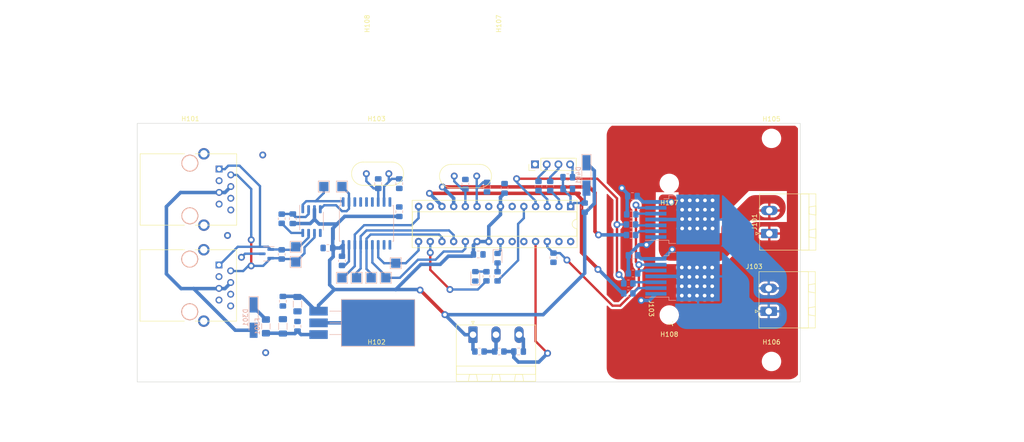
<source format=kicad_pcb>
(kicad_pcb (version 20211014) (generator pcbnew)
  (layers (0 "F.Cu" signal) (31 "B.Cu" signal) (34 "B.Paste" user) (35 "F.Paste" user) (36 "B.SilkS" user "B.Silkscreen") (37 "F.SilkS" user "F.Silkscreen") (38 "B.Mask" user) (39 "F.Mask" user) (44 "Edge.Cuts" user))
  (net 0 "")
  (net 1 "/MCU/POTVAL")
  (net 2 "GND")
  (net 3 "+5V")
  (net 4 "/POWER SUPPLY/+18V_OUT")
  (net 5 "Net-(C403-Pad1)")
  (net 6 "Net-(C404-Pad1)")
  (net 7 "/MCU/RESET")
  (net 8 "Net-(C405-Pad2)")
  (net 9 "Net-(C407-Pad1)")
  (net 10 "Net-(C408-Pad1)")
  (net 11 "/HBRIDGE/VS1")
  (net 12 "GNDPWR")
  (net 13 "Net-(D301-Pad1)")
  (net 14 "/CANBUS CONN/CAN_18V")
  (net 15 "Net-(D402-Pad2)")
  (net 16 "Net-(D403-Pad2)")
  (net 17 "/CANBUS CONN/CAN_H")
  (net 18 "/CANBUS CONN/CAN_L")
  (net 19 "Net-(J102-Pad2)")
  (net 20 "/HBRIDGE/OUT1")
  (net 21 "/HBRIDGE/OUT2")
  (net 22 "Net-(J401-Pad2)")
  (net 23 "Net-(J401-Pad3)")
  (net 24 "Net-(R202-Pad1)")
  (net 25 "Net-(R203-Pad2)")
  (net 26 "/MCU/USART_RX")
  (net 27 "/MCU/USART_TX")
  (net 28 "/MCU/LED2")
  (net 29 "/MCU/LED1")
  (net 30 "/HBRIDGE/INH")
  (net 31 "Net-(RINH1-Pad2)")
  (net 32 "Net-(RINH2-Pad2)")
  (net 33 "/HBRIDGE/IS")
  (net 34 "Net-(RSR1-Pad1)")
  (net 35 "Net-(RSR2-Pad1)")
  (net 36 "/HBRIDGE/INPUT1")
  (net 37 "Net-(RSR601-Pad2)")
  (net 38 "/HBRIDGE/INPUT2")
  (net 39 "Net-(RSR603-Pad2)")
  (net 40 "/MCU/SPI_SCK")
  (net 41 "/MCU/MCP_SS")
  (net 42 "/MCU/SPI_MISO")
  (net 43 "/MCU/SPI_MOSI")
  (net 44 "/MCU/MCP_INT")
  (net 45 "/CANBUS/TXCAN")
  (net 46 "/CANBUS/RXCAN")
  (footprint "MountingHole:MountingHole_3.2mm_M3" (layer "F.Cu") (at 113.3602 45.339 90)
    (fp_text reference "H108")
    (fp_text value "MountingHole")
  )
  (footprint "MountingHole:MountingHole_3.2mm_M3" (layer "F.Cu") (at 174.752 80.01 180)
    (fp_text reference "H107")
    (fp_text value "MountingHole")
  )
  (footprint "Connector_Phoenix_MSTB:PhoenixContact_MSTBA_2,5_2-G_1x02_P5.00mm_Horizontal" (layer "F.Cu") (at 196.469 90.892 90)
    (fp_text reference "J101")
    (fp_text value "Conn_01x02")
  )
  (footprint "Crystal:Crystal_HC49-U_Vertical" (layer "F.Cu") (at 108.979887 77.9018)
    (fp_text reference "Y402")
    (fp_text value "16MHz")
  )
  (footprint "MountingHole:MountingHole_3.2mm_M3" (layer "F.Cu") (at 174.752 108.585 180)
    (fp_text reference "H108")
    (fp_text value "MountingHole")
  )
  (footprint "Connector_Phoenix_MSTB:PhoenixContact_MSTBA_2,5_3-G_1x03_P5.00mm_Horizontal" (layer "F.Cu") (at 132.130887 112.8588)
    (fp_text reference "J102")
    (fp_text value "PotConnector")
  )
  (footprint "KicadZeniteSolarLibrary18:RJ45_YH59_01" (layer "F.Cu") (at 77.008887 76.8808 -90)
    (fp_text reference "J201")
    (fp_text value "~")
  )
  (footprint "Crystal:Crystal_HC49-U_Vertical" (layer "F.Cu") (at 128.066887 78.4098)
    (fp_text reference "Y401")
    (fp_text value "16MHz")
  )
  (footprint "MountingHole:MountingHole_3.2mm_M3" (layer "F.Cu") (at 111.201287 118.6688)
    (fp_text reference "H102")
    (fp_text value "MountingHole")
  )
  (footprint "Connector_Phoenix_MSTB:PhoenixContact_MSTBA_2,5_2-G_1x02_P5.00mm_Horizontal" (layer "F.Cu") (at 196.342 107.783 90)
    (fp_text reference "J103")
    (fp_text value "Conn_01x02")
  )
  (footprint "MountingHole:MountingHole_3.2mm_M3" (layer "F.Cu") (at 111.201287 70.179899)
    (fp_text reference "H103")
    (fp_text value "MountingHole")
  )
  (footprint "MountingHole:MountingHole_3.2mm_M3" (layer "F.Cu") (at 70.7644 70.179899)
    (fp_text reference "H101")
    (fp_text value "MountingHole")
  )
  (footprint "KicadZeniteSolarLibrary18:RJ45_YH59_01" (layer "F.Cu") (at 76.981887 97.7138 -90)
    (fp_text reference "J202")
    (fp_text value "~")
  )
  (footprint "MountingHole:MountingHole_3.2mm_M3" (layer "F.Cu") (at 71.170887 118.6688)
    (fp_text reference "H104")
    (fp_text value "MountingHole")
  )
  (footprint "MountingHole:MountingHole_3.2mm_M3" (layer "F.Cu") (at 196.9445 118.6688)
    (fp_text reference "H106")
    (fp_text value "MountingHole")
  )
  (footprint "Package_DIP:DIP-28_W7.62mm_Socket" (layer "F.Cu") (at 153.339887 85.0138 -90)
    (fp_text reference "U401")
    (fp_text value "ATMEGA328P-PU")
  )
  (footprint "MountingHole:MountingHole_3.2mm_M3" (layer "F.Cu") (at 196.9445 70.231)
    (fp_text reference "H105")
    (fp_text value "MountingHole")
  )
  (footprint "MountingHole:MountingHole_3.2mm_M3" (layer "F.Cu") (at 141.9352 45.339 90)
    (fp_text reference "H107")
    (fp_text value "MountingHole")
  )
  (footprint "Connector_PinHeader_2.54mm:PinHeader_1x04_P2.54mm_Vertical" (layer "F.Cu") (at 145.602887 75.8698 90)
    (fp_text reference "J401")
    (fp_text value "~")
  )
  (footprint "KicadZeniteSolarLibrary18:TO-220-3_Horizontal_TabDown_SMD" (layer "B.Cu") (at 99.872887 112.8268 90)
    (fp_text reference "U301")
    (fp_text value "LM7805_TO220")
  )
  (footprint "Capacitor_SMD:C_0805_2012Metric_Pad1.18x1.45mm_HandSolder" (layer "B.Cu") (at 142.036887 116.5098)
    (fp_text reference "C102")
    (fp_text value "100nF")
  )
  (footprint "Capacitor_SMD:C_0805_2012Metric_Pad1.18x1.45mm_HandSolder" (layer "B.Cu") (at 90.855887 105.5878 -90)
    (fp_text reference "C303")
    (fp_text value "100nF")
  )
  (footprint "LED_SMD:LED_0805_2012Metric_Pad1.15x1.40mm_HandSolder" (layer "B.Cu") (at 132.638887 100.1868 90)
    (fp_text reference "D403")
    (fp_text value "LED_GRN")
  )
  (footprint "Resistor_SMD:R_0805_2012Metric_Pad1.20x1.40mm_HandSolder" (layer "B.Cu") (at 137.464887 100.1778 90)
    (fp_text reference "R404")
    (fp_text value "1k")
  )
  (footprint "Resistor_SMD:R_0805_2012Metric_Pad1.20x1.40mm_HandSolder" (layer "B.Cu") (at 165.862 103.886)
    (fp_text reference "RSR603")
    (fp_text value "10k")
  )
  (footprint "TestPoint:TestPoint_Pad_2.0x2.0mm" (layer "B.Cu") (at 106.857887 100.5078 180)
    (fp_text reference "TP403")
    (fp_text value "TestPoint")
  )
  (footprint "TestPoint:TestPoint_Pad_2.0x2.0mm" (layer "B.Cu") (at 113.207887 100.5078 180)
    (fp_text reference "TP401")
    (fp_text value "TestPoint")
  )
  (footprint "Capacitor_SMD:C_0805_2012Metric_Pad1.18x1.45mm_HandSolder" (layer "B.Cu") (at 138.988887 81.0768 90)
    (fp_text reference "C401")
    (fp_text value "100nF")
  )
  (footprint "Capacitor_SMD:C_0805_2012Metric_Pad1.18x1.45mm_HandSolder" (layer "B.Cu") (at 116.128887 86.1568 90)
    (fp_text reference "C201")
    (fp_text value "100nF")
  )
  (footprint "Resistor_SMD:R_0805_2012Metric_Pad1.20x1.40mm_HandSolder" (layer "B.Cu") (at 149.606 96.139 -90)
    (fp_text reference "RIS1")
    (fp_text value "1k")
  )
  (footprint "Capacitor_SMD:C_0805_2012Metric_Pad1.18x1.45mm_HandSolder" (layer "B.Cu") (at 100.634887 94.0308 180)
    (fp_text reference "C205")
    (fp_text value "100nF")
  )
  (footprint "Capacitor_SMD:C_0805_2012Metric_Pad1.18x1.45mm_HandSolder" (layer "B.Cu") (at 152.704887 78.6638)
    (fp_text reference "C405")
    (fp_text value "100nF")
  )
  (footprint "Resistor_SMD:R_0805_2012Metric_Pad1.20x1.40mm_HandSolder" (layer "B.Cu") (at 166.878 99.568 180)
    (fp_text reference "RSR2")
    (fp_text value "5k1")
  )
  (footprint "Capacitor_SMD:C_0805_2012Metric_Pad1.18x1.45mm_HandSolder" (layer "B.Cu") (at 93.014887 87.6808 90)
    (fp_text reference "C202")
    (fp_text value "100nF")
  )
  (footprint "TestPoint:TestPoint_Pad_2.0x2.0mm" (layer "B.Cu") (at 115.366887 97.3328 180)
    (fp_text reference "TP405")
    (fp_text value "TestPoint")
  )
  (footprint "Resistor_SMD:R_0805_2012Metric_Pad1.20x1.40mm_HandSolder" (layer "B.Cu") (at 135.051887 100.1778 90)
    (fp_text reference "R405")
    (fp_text value "1k")
  )
  (footprint "Package_SO:SOIC-18W_7.5x11.6mm_P1.27mm" (layer "B.Cu") (at 109.016887 88.6968 -90)
    (fp_text reference "U202")
    (fp_text value "MCP2515-I/SO")
  )
  (footprint "TestPoint:TestPoint_Pad_2.0x2.0mm" (layer "B.Cu") (at 93.649887 93.7768 180)
    (fp_text reference "TP408")
    (fp_text value "TestPoint")
  )
  (footprint "Capacitor_SMD:C_0805_2012Metric_Pad1.18x1.45mm_HandSolder" (layer "B.Cu") (at 152.704887 81.2038 180)
    (fp_text reference "C406")
    (fp_text value "100nF")
  )
  (footprint "Package_TO_SOT_SMD:TO-263-7_TabPin8" (layer "B.Cu") (at 177.613001 87.850012)
    (fp_text reference "U601")
    (fp_text value "BTS7960B")
  )
  (footprint "Capacitor_SMD:C_1206_3216Metric_Pad1.33x1.80mm_HandSolder" (layer "B.Cu") (at 90.855887 111.0488 90)
    (fp_text reference "C301")
    (fp_text value "1uF")
  )
  (footprint "Resistor_SMD:R_0805_2012Metric_Pad1.20x1.40mm_HandSolder" (layer "B.Cu") (at 137.845887 116.5098 180)
    (fp_text reference "R101")
    (fp_text value "100")
  )
  (footprint "Capacitor_SMD:C_0805_2012Metric_Pad1.18x1.45mm_HandSolder" (layer "B.Cu") (at 116.128887 80.0608 -90)
    (fp_text reference "C408")
    (fp_text value "22pF")
  )
  (footprint "Package_TO_SOT_SMD:SOT-23" (layer "B.Cu") (at 87.299887 95.3008 180)
    (fp_text reference "D404")
    (fp_text value "D_TVS_Dual_AAC")
  )
  (footprint "Resistor_SMD:R_0805_2012Metric_Pad1.20x1.40mm_HandSolder" (layer "B.Cu") (at 146.354887 80.5688 90)
    (fp_text reference "R403")
    (fp_text value "1k")
  )
  (footprint "Resistor_SMD:R_0805_2012Metric_Pad1.20x1.40mm_HandSolder" (layer "B.Cu") (at 166.497 86.741 180)
    (fp_text reference "RSR1")
    (fp_text value "5k1")
  )
  (footprint "Resistor_SMD:R_0805_2012Metric_Pad1.20x1.40mm_HandSolder" (layer "B.Cu") (at 133.543887 116.5098)
    (fp_text reference "R102")
    (fp_text value "10k")
  )
  (footprint "Resistor_SMD:R_0805_2012Metric_Pad1.20x1.40mm_HandSolder" (layer "B.Cu") (at 103.682887 96.8248 -90)
    (fp_text reference "R203")
    (fp_text value "10k")
  )
  (footprint "Capacitor_SMD:C_0805_2012Metric_Pad1.18x1.45mm_HandSolder" (layer "B.Cu") (at 111.556887 80.0608 90)
    (fp_text reference "C407")
    (fp_text value "22pF")
  )
  (footprint "TestPoint:TestPoint_Pad_2.0x2.0mm" (layer "B.Cu") (at 103.682887 100.5078 180)
    (fp_text reference "TP402")
    (fp_text value "TestPoint")
  )
  (footprint "Resistor_SMD:R_0805_2012Metric_Pad1.20x1.40mm_HandSolder" (layer "B.Cu") (at 148.894887 80.5688 90)
    (fp_text reference "R402")
    (fp_text value "1k")
  )
  (footprint "Package_SO:SO-8_3.9x4.9mm_P1.27mm" (layer "B.Cu") (at 97.078887 88.1888 -90)
    (fp_text reference "U201")
    (fp_text value "MCP2561-E/SN")
  )
  (footprint "Diode_SMD:D_MiniMELF_Handsoldering" (layer "B.Cu") (at 156.768887 78.2828 -90)
    (fp_text reference "D401")
    (fp_text value "LL4148")
  )
  (footprint "TestPoint:TestPoint_Pad_2.0x2.0mm" (layer "B.Cu") (at 110.032887 100.5078 180)
    (fp_text reference "TP404")
    (fp_text value "TestPoint")
  )
  (footprint "Capacitor_SMD:C_0805_2012Metric_Pad1.18x1.45mm_HandSolder" (layer "B.Cu") (at 135.178887 80.8228 -90)
    (fp_text reference "C404")
    (fp_text value "22pF")
  )
  (footprint "TestPoint:TestPoint_Pad_2.0x2.0mm" (layer "B.Cu") (at 99.745887 80.6958 180)
    (fp_text reference "TP406")
    (fp_text value "TestPoint")
  )
  (footprint "TestPoint:TestPoint_Pad_2.0x2.0mm" (layer "B.Cu") (at 103.682887 80.6958 180)
    (fp_text reference "TP407")
    (fp_text value "TestPoint")
  )
  (footprint "Resistor_SMD:R_0805_2012Metric_Pad1.20x1.40mm_HandSolder" (layer "B.Cu") (at 166.4462 88.925099)
    (fp_text reference "RINH1")
    (fp_text value "10k")
  )
  (footprint "Fuse:Fuse_1206_3216Metric_Pad1.42x1.75mm_HandSolder" (layer "B.Cu") (at 87.172887 111.0488 -90)
    (fp_text reference "F301")
    (fp_text value "Fuse")
  )
  (footprint "Resistor_SMD:R_0805_2012Metric_Pad1.20x1.40mm_HandSolder" (layer "B.Cu") (at 90.601887 87.6808 90)
    (fp_text reference "R202")
    (fp_text value "4k7")
  )
  (footprint "Capacitor_SMD:C_0805_2012Metric_Pad1.18x1.45mm_HandSolder" (layer "B.Cu") (at 166.758001 82.770012 180)
    (fp_text reference "CBTS1")
    (fp_text value "470nF")
  )
  (footprint "Capacitor_SMD:C_1206_3216Metric_Pad1.33x1.80mm_HandSolder" (layer "B.Cu") (at 94.030887 106.2228 -90)
    (fp_text reference "C304")
    (fp_text value "1uF")
  )
  (footprint "Resistor_SMD:R_0805_2012Metric_Pad1.20x1.40mm_HandSolder" (layer "B.Cu") (at 90.601887 95.4278 90)
    (fp_text reference "R201")
    (fp_text value "120")
  )
  (footprint "Capacitor_SMD:C_0805_2012Metric_Pad1.18x1.45mm_HandSolder" (layer "B.Cu") (at 133.273887 95.4278 180)
    (fp_text reference "C402")
    (fp_text value "100nF")
  )
  (footprint "Resistor_SMD:R_0805_2012Metric_Pad1.20x1.40mm_HandSolder" (layer "B.Cu") (at 165.862 101.727)
    (fp_text reference "RINH2")
    (fp_text value "10k")
  )
  (footprint "Resistor_SMD:R_0805_2012Metric_Pad1.20x1.40mm_HandSolder" (layer "B.Cu") (at 166.4462 91.211099)
    (fp_text reference "RSR601")
    (fp_text value "10k")
  )
  (footprint "Resistor_SMD:R_0805_2012Metric_Pad1.20x1.40mm_HandSolder" (layer "B.Cu") (at 156.387887 85.2678 90)
    (fp_text reference "R401")
    (fp_text value "10k")
  )
  (footprint "Capacitor_SMD:C_0805_2012Metric_Pad1.18x1.45mm_HandSolder" (layer "B.Cu") (at 130.479887 80.1878 90)
    (fp_text reference "C403")
    (fp_text value "22pF")
  )
  (footprint "Package_TO_SOT_SMD:TO-263-7_TabPin8" (layer "B.Cu") (at 177.626401 100.194412)
    (fp_text reference "U602")
    (fp_text value "BTS7960B")
  )
  (footprint "LED_SMD:LED_0805_2012Metric_Pad1.15x1.40mm_HandSolder" (layer "B.Cu") (at 137.464887 96.2408 -90)
    (fp_text reference "D402")
    (fp_text value "LED_RED")
  )
  (footprint "Diode_SMD:D_MiniMELF_Handsoldering" (layer "B.Cu") (at 84.505887 109.1438 -90)
    (fp_text reference "D301")
    (fp_text value "LL4148")
  )
  (footprint "TestPoint:TestPoint_Pad_2.0x2.0mm" (layer "B.Cu") (at 93.649887 97.0788 180)
    (fp_text reference "TP409")
    (fp_text value "TestPoint")
  )
  (footprint "Capacitor_SMD:C_0805_2012Metric_Pad1.18x1.45mm_HandSolder" (layer "B.Cu") (at 166.9034 95.630699 180)
    (fp_text reference "CBTS2")
    (fp_text value "470nF")
  )
  (footprint "Capacitor_SMD:C_0805_2012Metric_Pad1.18x1.45mm_HandSolder" (layer "B.Cu") (at 94.030887 111.0273 90)
    (fp_text reference "C302")
    (fp_text value "100nF")
  )
  (gr_poly (pts (xy 203.2 123.113499) (xy 59.2328 123.113499) (xy 59.2328 66.979499) (xy 203.2 66.979499)) (layer "Edge.Cuts") (width 0.1) (fill none))
  (gr_text "J103" (at 170.840487 107.1503 270) (layer "F.SilkS") (effects (font (size 1 1))))
  (gr_text "J103" (at 193.180314 98.069099) (layer "F.SilkS") (effects (font (size 1 1))))
  (segment (start 145.719887 114.274386) (end 148.336 116.890499) (width 0.508) (layer "F.Cu") (net 1))
  (segment (start 145.719887 92.6338) (end 145.719887 114.274386) (width 0.508) (layer "F.Cu") (net 1))
  (via (at 148.336 116.890499) (size 1.5) (drill 0.8) (layers "F.Cu" "B.Cu") (net 1))
  (segment (start 140.999387 117.808886) (end 141.986 118.795499) (width 0.762) (layer "B.Cu") (net 1))
  (segment (start 140.999387 116.5098) (end 140.999387 117.808886) (width 0.762) (layer "B.Cu") (net 1))
  (segment (start 146.431 118.795499) (end 148.336 116.890499) (width 0.762) (layer "B.Cu") (net 1))
  (segment (start 141.986 118.795499) (end 146.431 118.795499) (width 0.762) (layer "B.Cu") (net 1))
  (segment (start 138.845887 116.5098) (end 140.999387 116.5098) (width 0.762) (layer "B.Cu") (net 1))
  (via (at 81.863533 96.052446) (size 1.5) (drill 0.8) (layers "F.Cu" "B.Cu") (net 2))
  (via (at 87.122 116.763499) (size 1.5) (drill 0.8) (layers "F.Cu" "B.Cu") (net 2))
  (via (at 78.8416 91.312699) (size 1.5) (drill 0.8) (layers "F.Cu" "B.Cu") (net 2))
  (via (at 86.487 73.837499) (size 1.5) (drill 0.8) (layers "F.Cu" "B.Cu") (net 2))
  (segment (start 93.544387 87.2998) (end 92.887887 86.6433) (width 0.508) (layer "B.Cu") (net 2))
  (segment (start 92.887887 86.6433) (end 90.639387 86.6433) (width 0.508) (layer "B.Cu") (net 2))
  (segment (start 143.074387 116.5098) (end 143.074387 113.8023) (width 0.762) (layer "B.Cu") (net 2))
  (segment (start 138.099887 94.5808) (end 137.464887 95.2158) (width 0.508) (layer "B.Cu") (net 2))
  (segment (start 142.130887 112.8588) (end 142.130887 112.1828) (width 0.762) (layer "B.Cu") (net 2))
  (segment (start 96.443887 85.6138) (end 96.443887 86.6648) (width 0.508) (layer "B.Cu") (net 2))
  (segment (start 143.074387 113.8023) (end 142.130887 112.8588) (width 0.762) (layer "B.Cu") (net 2))
  (segment (start 138.099887 92.6338) (end 138.099887 94.5808) (width 0.508) (layer "B.Cu") (net 2))
  (segment (start 90.639387 86.6433) (end 90.601887 86.6808) (width 0.508) (layer "B.Cu") (net 2))
  (segment (start 81.863533 96.052446) (end 82.640179 95.2758) (width 0.508) (layer "B.Cu") (net 2))
  (segment (start 82.640179 95.2758) (end 86.286887 95.2758) (width 0.508) (layer "B.Cu") (net 2))
  (segment (start 96.443887 86.6648) (end 95.808887 87.2998) (width 0.508) (layer "B.Cu") (net 2))
  (segment (start 98.602887 110.2868) (end 111.556887 110.2868) (width 0.762) (layer "B.Cu") (net 2))
  (segment (start 95.808887 87.2998) (end 93.544387 87.2998) (width 0.508) (layer "B.Cu") (net 2))
  (segment (start 120.65 103.174499) (end 120.700586 103.174499) (width 0.762) (layer "F.Cu") (net 3))
  (segment (start 120.700586 103.174499) (end 126.034887 108.5088) (width 0.762) (layer "F.Cu") (net 3))
  (via (at 120.65 103.174499) (size 1.5) (drill 0.8) (layers "F.Cu" "B.Cu") (net 3))
  (via (at 126.034887 108.5088) (size 1.5) (drill 0.8) (layers "F.Cu" "B.Cu") (net 3))
  (segment (start 102.645387 88.8453) (end 101.777887 89.7128) (width 0.762) (layer "B.Cu") (net 3))
  (segment (start 120.573887 103.0478) (end 120.573887 103.098386) (width 0.762) (layer "B.Cu") (net 3))
  (segment (start 131.855387 95.8088) (end 132.236387 95.4278) (width 0.762) (layer "B.Cu") (net 3))
  (segment (start 102.031887 103.0478) (end 101.015887 102.0318) (width 0.762) (layer "B.Cu") (net 3))
  (segment (start 126.796887 95.8088) (end 131.855387 95.8088) (width 0.762) (layer "B.Cu") (net 3))
  (segment (start 102.031887 103.0478) (end 115.366887 103.0478) (width 0.762) (layer "B.Cu") (net 3))
  (segment (start 90.855887 104.5503) (end 90.877387 104.5288) (width 0.762) (layer "B.Cu") (net 3))
  (segment (start 101.777887 89.7128) (end 101.777887 92.1043) (width 0.762) (layer "B.Cu") (net 3))
  (segment (start 125.018887 97.5868) (end 126.796887 95.8088) (width 0.762) (layer "B.Cu") (net 3))
  (segment (start 90.877387 104.5288) (end 93.899387 104.5288) (width 0.762) (layer "B.Cu") (net 3))
  (segment (start 102.031887 103.0478) (end 98.602887 106.4768) (width 0.762) (layer "B.Cu") (net 3))
  (segment (start 132.236387 95.4493) (end 132.236387 95.4278) (width 0.762) (layer "B.Cu") (net 3))
  (segment (start 93.899387 104.5288) (end 94.030887 104.6603) (width 0.762) (layer "B.Cu") (net 3))
  (segment (start 156.594387 86.2678) (end 156.387887 86.2678) (width 0.762) (layer "B.Cu") (net 3))
  (segment (start 104.274887 87.1728) (end 116.107387 87.1728) (width 0.762) (layer "B.Cu") (net 3))
  (segment (start 101.672387 94.0308) (end 103.252887 94.0308) (width 0.762) (layer "B.Cu") (net 3))
  (segment (start 94.030887 104.6603) (end 95.008387 104.6603) (width 0.762) (layer "B.Cu") (net 3))
  (segment (start 101.777887 94.1363) (end 101.672387 94.0308) (width 0.762) (layer "B.Cu") (net 3))
  (segment (start 120.573887 103.098386) (end 120.65 103.174499) (width 0.762) (layer "B.Cu") (net 3))
  (segment (start 92.887887 88.7183) (end 96.803387 88.7183) (width 0.762) (layer "B.Cu") (net 3))
  (segment (start 96.803387 88.7183) (end 97.713887 87.8078) (width 0.762) (layer "B.Cu") (net 3))
  (segment (start 120.827887 97.5868) (end 125.018887 97.5868) (width 0.762) (layer "B.Cu") (net 3))
  (segment (start 135.559887 89.3318) (end 135.559887 92.6338) (width 0.762) (layer "B.Cu") (net 3))
  (segment (start 97.713887 87.8078) (end 97.713887 85.6138) (width 0.762) (layer "B.Cu") (net 3))
  (segment (start 103.682887 95.8248) (end 103.936887 95.5708) (width 0.508) (layer "B.Cu") (net 3))
  (segment (start 118.287887 100.1268) (end 120.827887 97.5868) (width 0.762) (layer "B.Cu") (net 3))
  (segment (start 156.768887 75.5328) (end 158.483387 77.2473) (width 0.762) (layer "B.Cu") (net 3))
  (segment (start 117.017887 101.3968) (end 118.287887 100.1268) (width 0.762) (layer "B.Cu") (net 3))
  (segment (start 98.602887 106.4768) (end 98.602887 107.7468) (width 0.762) (layer "B.Cu") (net 3))
  (segment (start 132.236387 93.4173) (end 133.019887 92.6338) (width 0.762) (layer "B.Cu") (net 3))
  (segment (start 158.483387 77.2473) (end 158.483387 84.3788) (width 0.762) (layer "B.Cu") (net 3))
  (segment (start 126.034887 108.5088) (end 130.384887 112.8588) (width 0.762) (layer "B.Cu") (net 3))
  (segment (start 135.559887 92.6338) (end 133.019887 92.6338) (width 0.762) (layer "B.Cu") (net 3))
  (segment (start 138.099887 83.0033) (end 138.988887 82.1143) (width 0.762) (layer "B.Cu") (net 3))
  (segment (start 98.602887 107.7468) (end 97.498387 107.7468) (width 0.762) (layer "B.Cu") (net 3))
  (segment (start 98.094887 107.7468) (end 98.602887 107.7468) (width 0.762) (layer "B.Cu") (net 3))
  (segment (start 132.236387 95.4278) (end 132.236387 93.4173) (width 0.762) (layer "B.Cu") (net 3))
  (segment (start 138.099887 85.0138) (end 138.099887 86.7918) (width 0.762) (layer "B.Cu") (net 3))
  (segment (start 101.672387 89.8183) (end 101.777887 89.7128) (width 0.762) (layer "B.Cu") (net 3))
  (segment (start 158.483387 84.3788) (end 156.594387 86.2678) (width 0.762) (layer "B.Cu") (net 3))
  (segment (start 132.130887 116.0968) (end 132.543887 116.5098) (width 0.762) (layer "B.Cu") (net 3))
  (segment (start 101.777887 95.9358) (end 101.777887 94.1363) (width 0.762) (layer "B.Cu") (net 3))
  (segment (start 138.099887 86.7918) (end 135.559887 89.3318) (width 0.762) (layer "B.Cu") (net 3))
  (segment (start 101.015887 96.6978) (end 101.777887 95.9358) (width 0.762) (layer "B.Cu") (net 3))
  (segment (start 156.387887 99.4918) (end 156.387887 86.2678) (width 0.762) (layer "B.Cu") (net 3))
  (segment (start 103.936887 95.570802) (end 103.936887 93.346803) (width 0.762) (layer "B.Cu") (net 3))
  (segment (start 132.130887 112.8588) (end 132.130887 116.0968) (width 0.762) (layer "B.Cu") (net 3))
  (segment (start 103.252887 94.0308) (end 103.936887 93.3468) (width 0.762) (layer "B.Cu") (net 3))
  (segment (start 98.729887 88.8238) (end 102.623887 88.8238) (width 0.762) (layer "B.Cu") (net 3))
  (segment (start 102.623887 88.8238) (end 102.645387 88.8453) (width 0.762) (layer "B.Cu") (net 3))
  (segment (start 101.672387 94.0308) (end 101.672387 89.8183) (width 0.762) (layer "B.Cu") (net 3))
  (segment (start 147.370887 108.5088) (end 156.387887 99.4918) (width 0.762) (layer "B.Cu") (net 3))
  (segment (start 95.008387 104.6603) (end 98.094887 107.7468) (width 0.762) (layer "B.Cu") (net 3))
  (segment (start 97.713887 87.8078) (end 98.729887 88.8238) (width 0.762) (layer "B.Cu") (net 3))
  (segment (start 138.099887 85.0138) (end 138.099887 83.0033) (width 0.762) (layer "B.Cu") (net 3))
  (segment (start 130.384887 112.8588) (end 132.130887 112.8588) (width 0.762) (layer "B.Cu") (net 3))
  (segment (start 102.623887 88.8238) (end 104.274887 87.1728) (width 0.762) (layer "B.Cu") (net 3))
  (segment (start 120.573887 103.0478) (end 115.366887 103.0478) (width 0.762) (layer "B.Cu") (net 3))
  (segment (start 126.034887 108.5088) (end 147.370887 108.5088) (width 0.762) (layer "B.Cu") (net 3))
  (segment (start 115.366887 103.0478) (end 117.017887 101.3968) (width 0.762) (layer "B.Cu") (net 3))
  (segment (start 101.015887 102.0318) (end 101.015887 96.6978) (width 0.762) (layer "B.Cu") (net 3))
  (segment (start 90.780887 112.5363) (end 90.855887 112.6113) (width 0.762) (layer "B.Cu") (net 4))
  (segment (start 94.030887 112.0648) (end 94.792887 112.8268) (width 0.762) (layer "B.Cu") (net 4))
  (segment (start 91.161887 112.5148) (end 91.236887 112.5898) (width 0.762) (layer "B.Cu") (net 4))
  (segment (start 94.792887 112.8268) (end 98.602887 112.8268) (width 0.762) (layer "B.Cu") (net 4))
  (segment (start 90.855887 112.6113) (end 93.484387 112.6113) (width 0.762) (layer "B.Cu") (net 4))
  (segment (start 87.172887 112.5363) (end 90.780887 112.5363) (width 0.762) (layer "B.Cu") (net 4))
  (segment (start 93.484387 112.6113) (end 94.030887 112.0648) (width 0.762) (layer "B.Cu") (net 4))
  (segment (start 129.739387 81.2253) (end 130.479887 81.2253) (width 0.508) (layer "B.Cu") (net 5))
  (segment (start 130.479887 85.0138) (end 130.479887 81.2253) (width 0.508) (layer "B.Cu") (net 5))
  (segment (start 128.066887 78.4098) (end 128.066887 79.5528) (width 0.508) (layer "B.Cu") (net 5))
  (segment (start 128.066887 79.5528) (end 129.739387 81.2253) (width 0.508) (layer "B.Cu") (net 5))
  (segment (start 132.946887 78.4098) (end 132.946887 81.1498) (width 0.508) (layer "B.Cu") (net 6))
  (segment (start 132.946887 81.1498) (end 132.946887 84.9408) (width 0.508) (layer "B.Cu") (net 6))
  (segment (start 135.178887 79.7853) (end 134.311387 79.7853) (width 0.508) (layer "B.Cu") (net 6))
  (segment (start 132.946887 84.9408) (end 133.019887 85.0138) (width 0.508) (layer "B.Cu") (net 6))
  (segment (start 134.311387 79.7853) (end 132.946887 81.1498) (width 0.508) (layer "B.Cu") (net 6))
  (segment (start 151.667387 81.2038) (end 152.132387 81.2038) (width 0.508) (layer "B.Cu") (net 7))
  (segment (start 156.387887 84.2678) (end 154.085887 84.2678) (width 0.508) (layer "B.Cu") (net 7))
  (segment (start 156.387887 84.2678) (end 156.387887 81.4138) (width 0.508) (layer "B.Cu") (net 7))
  (segment (start 151.667387 81.2038) (end 151.667387 78.6638) (width 0.508) (layer "B.Cu") (net 7))
  (segment (start 153.318387 84.9923) (end 153.339887 85.0138) (width 0.508) (layer "B.Cu") (net 7))
  (segment (start 153.318387 82.8548) (end 153.318387 84.9923) (width 0.508) (layer "B.Cu") (net 7))
  (segment (start 156.387887 81.4138) (end 156.768887 81.0328) (width 0.508) (layer "B.Cu") (net 7))
  (segment (start 151.667387 81.2038) (end 153.318387 82.8548) (width 0.508) (layer "B.Cu") (net 7))
  (segment (start 154.085887 84.2678) (end 153.339887 85.0138) (width 0.508) (layer "B.Cu") (net 7))
  (segment (start 153.742387 78.6638) (end 153.742387 76.3893) (width 0.508) (layer "B.Cu") (net 8))
  (segment (start 153.742387 76.3893) (end 153.222887 75.8698) (width 0.508) (layer "B.Cu") (net 8))
  (segment (start 111.556887 84.0468) (end 111.556887 81.0983) (width 0.508) (layer "B.Cu") (net 9))
  (segment (start 108.979887 79.5158) (end 108.979887 77.9018) (width 0.508) (layer "B.Cu") (net 9))
  (segment (start 110.562387 81.0983) (end 108.979887 79.5158) (width 0.508) (layer "B.Cu") (net 9))
  (segment (start 111.556887 81.0983) (end 110.562387 81.0983) (width 0.508) (layer "B.Cu") (net 9))
  (segment (start 116.128887 79.0233) (end 114.499387 79.0233) (width 0.508) (layer "B.Cu") (net 10))
  (segment (start 113.859887 79.6628) (end 112.826887 80.6958) (width 0.508) (layer "B.Cu") (net 10))
  (segment (start 114.499387 79.0233) (end 113.859887 79.6628) (width 0.508) (layer "B.Cu") (net 10))
  (segment (start 112.826887 80.6958) (end 112.826887 84.0468) (width 0.508) (layer "B.Cu") (net 10))
  (segment (start 113.859887 77.9018) (end 113.859887 79.6628) (width 0.508) (layer "B.Cu") (net 10))
  (via (at 175.387 94.361) (size 1.5) (drill 0.8) (layers "F.Cu" "B.Cu") (net 11))
  (via (at 175.133 84.074) (size 1.5) (drill 0.8) (layers "F.Cu" "B.Cu") (net 11))
  (segment (start 171.838001 84.040012) (end 169.065501 84.040012) (width 0.762) (layer "B.Cu") (net 11))
  (segment (start 169.065501 84.040012) (end 167.795501 82.770012) (width 0.762) (layer "B.Cu") (net 11))
  (segment (start 171.851401 96.384412) (end 168.694613 96.384412) (width 0.762) (layer "B.Cu") (net 11))
  (segment (start 168.694613 96.384412) (end 167.9409 95.630699) (width 0.762) (layer "B.Cu") (net 11))
  (segment (start 173.363588 96.384412) (end 171.851401 96.384412) (width 0.762) (layer "B.Cu") (net 11))
  (segment (start 175.099012 84.040012) (end 171.838001 84.040012) (width 0.762) (layer "B.Cu") (net 11))
  (segment (start 175.387 94.361) (end 173.363588 96.384412) (width 0.762) (layer "B.Cu") (net 11))
  (segment (start 175.133 84.074) (end 175.099012 84.040012) (width 0.762) (layer "B.Cu") (net 11))
  (via (at 168.656 105.41) (size 1.5) (drill 0.8) (layers "F.Cu" "B.Cu") (net 12))
  (via (at 164.465 81.026) (size 1.5) (drill 0.8) (layers "F.Cu" "B.Cu") (net 12))
  (via (at 169.799 93.345) (size 1.5) (drill 0.8) (layers "F.Cu" "B.Cu") (net 12))
  (segment (start 170.18 92.964) (end 170.534013 92.964) (width 0.762) (layer "B.Cu") (net 12))
  (segment (start 169.799 93.345) (end 170.18 92.964) (width 0.762) (layer "B.Cu") (net 12))
  (segment (start 165.878 99.568) (end 165.8659 99.5559) (width 0.762) (layer "B.Cu") (net 12))
  (segment (start 168.656 105.41) (end 170.445813 105.41) (width 0.762) (layer "B.Cu") (net 12))
  (segment (start 165.720501 82.770012) (end 165.720501 82.281501) (width 0.762) (layer "B.Cu") (net 12))
  (segment (start 170.534013 92.964) (end 171.838001 91.660012) (width 0.762) (layer "B.Cu") (net 12))
  (segment (start 168.151599 93.345) (end 165.8659 95.630699) (width 0.762) (layer "B.Cu") (net 12))
  (segment (start 165.608 82.882513) (end 165.720501 82.770012) (width 0.762) (layer "B.Cu") (net 12))
  (segment (start 165.608 86.63) (end 165.608 82.882513) (width 0.762) (layer "B.Cu") (net 12))
  (segment (start 165.720501 82.281501) (end 164.465 81.026) (width 0.762) (layer "B.Cu") (net 12))
  (segment (start 169.799 93.345) (end 168.151599 93.345) (width 0.762) (layer "B.Cu") (net 12))
  (segment (start 170.445813 105.41) (end 171.851401 104.004412) (width 0.762) (layer "B.Cu") (net 12))
  (segment (start 165.8659 99.5559) (end 165.8659 95.630699) (width 0.762) (layer "B.Cu") (net 12))
  (segment (start 165.497 86.741) (end 165.608 86.63) (width 0.762) (layer "B.Cu") (net 12))
  (segment (start 87.14388 109.532293) (end 87.172887 109.5613) (width 0.508) (layer "B.Cu") (net 13))
  (segment (start 84.505887 106.8943) (end 87.172887 109.5613) (width 0.762) (layer "B.Cu") (net 13))
  (segment (start 84.505887 106.3938) (end 84.505887 106.8943) (width 0.762) (layer "B.Cu") (net 13))
  (segment (start 65.570887 85.0498) (end 65.570887 99.6548) (width 0.762) (layer "B.Cu") (net 14))
  (segment (start 68.630887 81.9898) (end 65.570887 85.0498) (width 0.762) (layer "B.Cu") (net 14))
  (segment (start 77.012887 102.8448) (end 78.282887 102.8448) (width 0.762) (layer "B.Cu") (net 14))
  (segment (start 80.524887 111.8938) (end 84.505887 111.8938) (width 0.762) (layer "B.Cu") (net 14))
  (segment (start 78.282887 102.8448) (end 79.552887 101.5748) (width 0.762) (layer "B.Cu") (net 14))
  (segment (start 71.475887 102.8448) (end 80.524887 111.8938) (width 0.762) (layer "B.Cu") (net 14))
  (segment (start 78.278887 81.9898) (end 79.548887 80.7198) (width 0.762) (layer "B.Cu") (net 14))
  (segment (start 71.475887 102.8448) (end 77.012887 102.8448) (width 0.762) (layer "B.Cu") (net 14))
  (segment (start 68.760887 102.8448) (end 71.475887 102.8448) (width 0.762) (layer "B.Cu") (net 14))
  (segment (start 77.008887 81.9898) (end 78.278887 81.9898) (width 0.762) (layer "B.Cu") (net 14))
  (segment (start 77.008887 81.9898) (end 68.630887 81.9898) (width 0.762) (layer "B.Cu") (net 14))
  (segment (start 65.570887 99.6548) (end 68.760887 102.8448) (width 0.762) (layer "B.Cu") (net 14))
  (segment (start 137.464887 97.2658) (end 137.464887 99.1778) (width 0.508) (layer "B.Cu") (net 15))
  (segment (start 135.035887 99.1618) (end 135.051887 99.1778) (width 0.508) (layer "B.Cu") (net 16))
  (segment (start 132.638887 99.1618) (end 135.035887 99.1618) (width 0.508) (layer "B.Cu") (net 16))
  (segment (start 78.266887 76.9098) (end 77.008887 76.9098) (width 0.508) (layer "B.Cu") (net 17))
  (segment (start 77.012887 97.7648) (end 77.063099 97.7648) (width 0.508) (layer "B.Cu") (net 17))
  (segment (start 94.411887 93.7768) (end 96.443887 91.7448) (width 0.508) (layer "B.Cu") (net 17))
  (segment (start 90.524887 94.3508) (end 90.601887 94.4278) (width 0.508) (layer "B.Cu") (net 17))
  (segment (start 96.443887 91.7448) (end 96.443887 90.7638) (width 0.508) (layer "B.Cu") (net 17))
  (segment (start 93.649887 93.7768) (end 94.411887 93.7768) (width 0.508) (layer "B.Cu") (net 17))
  (segment (start 81.052099 93.7758) (end 85.890887 93.7758) (width 0.508) (layer "B.Cu") (net 17))
  (segment (start 85.890887 93.7758) (end 85.890887 80.6048) (width 0.508) (layer "B.Cu") (net 17))
  (segment (start 77.063099 97.7648) (end 81.052099 93.7758) (width 0.508) (layer "B.Cu") (net 17))
  (segment (start 85.890887 93.7758) (end 87.662387 93.7758) (width 0.508) (layer "B.Cu") (net 17))
  (segment (start 85.890887 80.6048) (end 81.445887 76.1598) (width 0.508) (layer "B.Cu") (net 17))
  (segment (start 90.601887 94.4278) (end 92.998887 94.4278) (width 0.508) (layer "B.Cu") (net 17))
  (segment (start 87.662387 93.7758) (end 88.237387 94.3508) (width 0.508) (layer "B.Cu") (net 17))
  (segment (start 88.237387 94.3508) (end 90.524887 94.3508) (width 0.508) (layer "B.Cu") (net 17))
  (segment (start 81.445887 76.1598) (end 79.016887 76.1598) (width 0.508) (layer "B.Cu") (net 17))
  (segment (start 92.998887 94.4278) (end 93.649887 93.7768) (width 0.508) (layer "B.Cu") (net 17))
  (segment (start 79.016887 76.1598) (end 78.266887 76.9098) (width 0.508) (layer "B.Cu") (net 17))
  (segment (start 83.9724 97.916699) (end 83.986885 97.902214) (width 0.508) (layer "F.Cu") (net 18))
  (segment (start 83.986885 92.264788) (end 83.985887 92.26379) (width 0.508) (layer "F.Cu") (net 18))
  (segment (start 83.986885 97.902214) (end 83.986885 92.264788) (width 0.508) (layer "F.Cu") (net 18))
  (via (at 83.9724 97.916699) (size 1.5) (drill 0.8) (layers "F.Cu" "B.Cu") (net 18))
  (via (at 83.985887 92.26379) (size 1.5) (drill 0.8) (layers "F.Cu" "B.Cu") (net 18))
  (segment (start 88.237387 96.2508) (end 90.424887 96.2508) (width 0.508) (layer "B.Cu") (net 18))
  (segment (start 83.985887 81.2398) (end 83.985887 91.20313) (width 0.508) (layer "B.Cu") (net 18))
  (segment (start 82.244699 99.0348) (end 79.552887 99.0348) (width 0.508) (layer "B.Cu") (net 18))
  (segment (start 93.649887 97.0788) (end 95.554887 95.1738) (width 0.508) (layer "B.Cu") (net 18))
  (segment (start 83.3628 97.916699) (end 82.244699 99.0348) (width 0.508) (layer "B.Cu") (net 18))
  (segment (start 83.9724 97.916699) (end 86.571488 97.916699) (width 0.508) (layer "B.Cu") (net 18))
  (segment (start 92.998887 96.4278) (end 93.649887 97.0788) (width 0.508) (layer "B.Cu") (net 18))
  (segment (start 90.601887 96.4278) (end 92.998887 96.4278) (width 0.508) (layer "B.Cu") (net 18))
  (segment (start 95.554887 95.1738) (end 95.554887 93.9038) (width 0.508) (layer "B.Cu") (net 18))
  (segment (start 83.9724 97.916699) (end 83.3628 97.916699) (width 0.508) (layer "B.Cu") (net 18))
  (segment (start 83.985887 91.20313) (end 83.985887 92.26379) (width 0.508) (layer "B.Cu") (net 18))
  (segment (start 86.571488 97.916699) (end 88.237387 96.2508) (width 0.508) (layer "B.Cu") (net 18))
  (segment (start 90.424887 96.2508) (end 90.601887 96.4278) (width 0.508) (layer "B.Cu") (net 18))
  (segment (start 80.925887 78.1798) (end 83.985887 81.2398) (width 0.508) (layer "B.Cu") (net 18))
  (segment (start 79.548887 78.1798) (end 80.925887 78.1798) (width 0.508) (layer "B.Cu") (net 18))
  (segment (start 95.554887 93.9038) (end 97.713887 91.7448) (width 0.508) (layer "B.Cu") (net 18))
  (segment (start 97.713887 91.7448) (end 97.713887 90.7638) (width 0.508) (layer "B.Cu") (net 18))
  (segment (start 137.130887 112.8588) (end 137.130887 116.2248) (width 0.762) (layer "B.Cu") (net 19))
  (segment (start 136.876887 116.5408) (end 136.845887 116.5098) (width 0.762) (layer "B.Cu") (net 19))
  (segment (start 136.845887 116.5098) (end 134.543887 116.5098) (width 0.762) (layer "B.Cu") (net 19))
  (segment (start 137.130887 116.2248) (end 136.845887 116.5098) (width 0.762) (layer "B.Cu") (net 19))
  (via (at 182.499 87.756699) (size 1.5) (drill 0.8) (layers "F.Cu" "B.Cu") (net 20))
  (via (at 179.197 89.788699) (size 1.5) (drill 0.8) (layers "F.Cu" "B.Cu") (net 20))
  (via (at 180.848 89.788699) (size 1.5) (drill 0.8) (layers "F.Cu" "B.Cu") (net 20))
  (via (at 177.546 87.756699) (size 1.5) (drill 0.8) (layers "F.Cu" "B.Cu") (net 20))
  (via (at 182.499 85.724699) (size 1.5) (drill 0.8) (layers "F.Cu" "B.Cu") (net 20))
  (via (at 179.197 83.692699) (size 1.5) (drill 0.8) (layers "F.Cu" "B.Cu") (net 20))
  (via (at 184.15 87.756699) (size 1.5) (drill 0.8) (layers "F.Cu" "B.Cu") (net 20))
  (via (at 182.499 83.692699) (size 1.5) (drill 0.8) (layers "F.Cu" "B.Cu") (net 20))
  (via (at 184.15 83.692699) (size 1.5) (drill 0.8) (layers "F.Cu" "B.Cu") (net 20))
  (via (at 184.15 85.724699) (size 1.5) (drill 0.8) (layers "F.Cu" "B.Cu") (net 20))
  (via (at 177.546 89.788699) (size 1.5) (drill 0.8) (layers "F.Cu" "B.Cu") (net 20))
  (via (at 180.848 87.756699) (size 1.5) (drill 0.8) (layers "F.Cu" "B.Cu") (net 20))
  (via (at 184.15 89.788699) (size 1.5) (drill 0.8) (layers "F.Cu" "B.Cu") (net 20))
  (via (at 180.848 85.724699) (size 1.5) (drill 0.8) (layers "F.Cu" "B.Cu") (net 20))
  (via (at 177.546 85.724699) (size 1.5) (drill 0.8) (layers "F.Cu" "B.Cu") (net 20))
  (via (at 177.546 83.692699) (size 1.5) (drill 0.8) (layers "F.Cu" "B.Cu") (net 20))
  (via (at 180.848 83.692699) (size 1.5) (drill 0.8) (layers "F.Cu" "B.Cu") (net 20))
  (via (at 182.499 89.788699) (size 1.5) (drill 0.8) (layers "F.Cu" "B.Cu") (net 20))
  (via (at 179.197 85.724699) (size 1.5) (drill 0.8) (layers "F.Cu" "B.Cu") (net 20))
  (via (at 179.197 87.756699) (size 1.5) (drill 0.8) (layers "F.Cu" "B.Cu") (net 20))
  (segment (start 180.988001 87.850012) (end 171.838001 87.850012) (width 0.762) (layer "B.Cu") (net 20))
  (via (at 177.4698 102.336299) (size 1.5) (drill 0.8) (layers "F.Cu" "B.Cu") (net 21))
  (via (at 184.0738 98.272299) (size 1.5) (drill 0.8) (layers "F.Cu" "B.Cu") (net 21))
  (via (at 180.7718 102.336299) (size 1.5) (drill 0.8) (layers "F.Cu" "B.Cu") (net 21))
  (via (at 177.4698 104.368299) (size 1.5) (drill 0.8) (layers "F.Cu" "B.Cu") (net 21))
  (via (at 177.4698 98.272299) (size 1.5) (drill 0.8) (layers "F.Cu" "B.Cu") (net 21))
  (via (at 182.4228 102.336299) (size 1.5) (drill 0.8) (layers "F.Cu" "B.Cu") (net 21))
  (via (at 180.7718 104.368299) (size 1.5) (drill 0.8) (layers "F.Cu" "B.Cu") (net 21))
  (via (at 180.7718 100.304299) (size 1.5) (drill 0.8) (layers "F.Cu" "B.Cu") (net 21))
  (via (at 184.0738 100.304299) (size 1.5) (drill 0.8) (layers "F.Cu" "B.Cu") (net 21))
  (via (at 177.4698 100.304299) (size 1.5) (drill 0.8) (layers "F.Cu" "B.Cu") (net 21))
  (via (at 179.1208 98.272299) (size 1.5) (drill 0.8) (layers "F.Cu" "B.Cu") (net 21))
  (via (at 184.0738 102.336299) (size 1.5) (drill 0.8) (layers "F.Cu" "B.Cu") (net 21))
  (via (at 182.4228 98.272299) (size 1.5) (drill 0.8) (layers "F.Cu" "B.Cu") (net 21))
  (via (at 179.1208 100.304299) (size 1.5) (drill 0.8) (layers "F.Cu" "B.Cu") (net 21))
  (via (at 182.4228 100.304299) (size 1.5) (drill 0.8) (layers "F.Cu" "B.Cu") (net 21))
  (via (at 184.0738 104.368299) (size 1.5) (drill 0.8) (layers "F.Cu" "B.Cu") (net 21))
  (via (at 179.1208 102.336299) (size 1.5) (drill 0.8) (layers "F.Cu" "B.Cu") (net 21))
  (via (at 179.1208 104.368299) (size 1.5) (drill 0.8) (layers "F.Cu" "B.Cu") (net 21))
  (via (at 180.7718 98.272299) (size 1.5) (drill 0.8) (layers "F.Cu" "B.Cu") (net 21))
  (via (at 182.4228 104.368299) (size 1.5) (drill 0.8) (layers "F.Cu" "B.Cu") (net 21))
  (segment (start 181.001401 100.194412) (end 171.851401 100.194412) (width 0.762) (layer "B.Cu") (net 21))
  (segment (start 148.142887 76.8758) (end 146.354887 78.6638) (width 0.508) (layer "B.Cu") (net 22))
  (segment (start 148.142887 75.8698) (end 148.142887 76.8758) (width 0.508) (layer "B.Cu") (net 22))
  (segment (start 148.259887 75.9868) (end 148.142887 75.8698) (width 0.508) (layer "B.Cu") (net 22))
  (segment (start 146.354887 78.6638) (end 146.354887 79.5688) (width 0.508) (layer "B.Cu") (net 22))
  (segment (start 150.799887 75.9868) (end 150.682887 75.8698) (width 0.508) (layer "B.Cu") (net 23))
  (segment (start 150.682887 75.8698) (end 150.682887 76.8758) (width 0.508) (layer "B.Cu") (net 23))
  (segment (start 150.682887 76.8758) (end 148.894887 78.6638) (width 0.508) (layer "B.Cu") (net 23))
  (segment (start 148.894887 78.6638) (end 148.894887 79.5688) (width 0.508) (layer "B.Cu") (net 23))
  (segment (start 90.601887 88.6808) (end 92.684887 90.7638) (width 0.508) (layer "B.Cu") (net 24))
  (segment (start 92.684887 90.7638) (end 95.173887 90.7638) (width 0.508) (layer "B.Cu") (net 24))
  (segment (start 105.206887 96.9518) (end 104.333887 97.8248) (width 0.508) (layer "B.Cu") (net 25))
  (segment (start 104.333887 97.8248) (end 103.682887 97.8248) (width 0.508) (layer "B.Cu") (net 25))
  (segment (start 105.206887 93.3468) (end 105.206887 96.9518) (width 0.508) (layer "B.Cu") (net 25))
  (segment (start 150.799887 83.4738) (end 150.799887 85.0138) (width 0.508) (layer "B.Cu") (net 26))
  (segment (start 148.894887 81.5688) (end 150.799887 83.4738) (width 0.508) (layer "B.Cu") (net 26))
  (segment (start 148.259887 83.4738) (end 148.259887 85.0138) (width 0.508) (layer "B.Cu") (net 27))
  (segment (start 146.354887 81.5688) (end 148.259887 83.4738) (width 0.508) (layer "B.Cu") (net 27))
  (segment (start 141.926376 88.807311) (end 141.926376 96.716311) (width 0.508) (layer "B.Cu") (net 28))
  (segment (start 143.179887 85.0138) (end 143.179887 87.5538) (width 0.508) (layer "B.Cu") (net 28))
  (segment (start 143.179887 87.5538) (end 141.926376 88.807311) (width 0.508) (layer "B.Cu") (net 28))
  (segment (start 141.926376 96.716311) (end 137.464887 101.1778) (width 0.508) (layer "B.Cu") (net 28))
  (segment (start 122.859887 98.780386) (end 122.859887 95.0468) (width 0.508) (layer "F.Cu") (net 29))
  (segment (start 127.127 103.047499) (end 122.859887 98.780386) (width 0.508) (layer "F.Cu") (net 29))
  (via (at 122.859887 95.0468) (size 1.5) (drill 0.8) (layers "F.Cu" "B.Cu") (net 29))
  (via (at 127.127 103.047499) (size 1.5) (drill 0.8) (layers "F.Cu" "B.Cu") (net 29))
  (segment (start 122.859887 92.6338) (end 122.859887 95.0468) (width 0.508) (layer "B.Cu") (net 29))
  (segment (start 133.181887 103.0478) (end 135.051887 101.1778) (width 0.508) (layer "B.Cu") (net 29))
  (segment (start 127.254301 103.0478) (end 133.181887 103.0478) (width 0.508) (layer "B.Cu") (net 29))
  (segment (start 127.127 103.047499) (end 127.254 103.047499) (width 0.508) (layer "B.Cu") (net 29))
  (segment (start 127.254 103.047499) (end 127.254301 103.0478) (width 0.508) (layer "B.Cu") (net 29))
  (segment (start 159.130699 78.993699) (end 141.605 78.993699) (width 0.508) (layer "F.Cu") (net 30))
  (segment (start 163.3982 83.2612) (end 159.130699 78.993699) (width 0.508) (layer "F.Cu") (net 30))
  (segment (start 163.83 99.822) (end 163.3982 99.3902) (width 0.508) (layer "F.Cu") (net 30))
  (segment (start 163.3982 99.3902) (end 163.3982 83.2612) (width 0.508) (layer "F.Cu") (net 30))
  (via (at 141.605 78.993699) (size 1.5) (drill 0.8) (layers "F.Cu" "B.Cu") (net 30))
  (via (at 163.83 99.822) (size 1.5) (drill 0.8) (layers "F.Cu" "B.Cu") (net 30))
  (via (at 163.3982 88.9508) (size 1.5) (drill 0.8) (layers "F.Cu" "B.Cu") (net 30))
  (segment (start 141.605 78.993699) (end 141.605 79.710713) (width 0.508) (layer "B.Cu") (net 30))
  (segment (start 164.862 100.854) (end 164.862 101.727) (width 0.508) (layer "B.Cu") (net 30))
  (segment (start 163.3982 88.925099) (end 165.4462 88.925099) (width 0.508) (layer "B.Cu") (net 30))
  (segment (start 145.719887 83.8256) (end 145.719887 85.0138) (width 0.508) (layer "B.Cu") (net 30))
  (segment (start 163.83 99.822) (end 164.862 100.854) (width 0.508) (layer "B.Cu") (net 30))
  (segment (start 141.605 79.710713) (end 145.719887 83.8256) (width 0.508) (layer "B.Cu") (net 30))
  (segment (start 167.4462 88.925099) (end 167.641113 89.120012) (width 0.508) (layer "B.Cu") (net 31))
  (segment (start 167.641113 89.120012) (end 171.838001 89.120012) (width 0.508) (layer "B.Cu") (net 31))
  (segment (start 167.124588 101.464412) (end 171.851401 101.464412) (width 0.508) (layer "B.Cu") (net 32))
  (segment (start 166.862 101.727) (end 167.124588 101.464412) (width 0.508) (layer "B.Cu") (net 32))
  (segment (start 168.148 102.489) (end 168.148 97.663) (width 0.508) (layer "F.Cu") (net 33))
  (segment (start 167.513 84.709) (end 167.513 97.028) (width 0.508) (layer "F.Cu") (net 33))
  (segment (start 167.513 97.028) (end 168.148 97.663) (width 0.508) (layer "F.Cu") (net 33))
  (segment (start 164.084 106.553) (end 168.148 102.489) (width 0.508) (layer "F.Cu") (net 33))
  (segment (start 162.433 106.553) (end 159.131 103.251) (width 0.508) (layer "F.Cu") (net 33))
  (segment (start 152.527 96.647) (end 159.131 103.251) (width 0.508) (layer "F.Cu") (net 33))
  (segment (start 164.084 106.553) (end 162.433 106.553) (width 0.508) (layer "F.Cu") (net 33))
  (via (at 167.513 84.709) (size 1.5) (drill 0.8) (layers "F.Cu" "B.Cu") (net 33))
  (via (at 168.148 97.663) (size 1.5) (drill 0.8) (layers "F.Cu" "B.Cu") (net 33))
  (via (at 152.527 96.647) (size 1.5) (drill 0.8) (layers "F.Cu" "B.Cu") (net 33))
  (segment (start 168.114012 85.310012) (end 171.838001 85.310012) (width 0.508) (layer "B.Cu") (net 33))
  (segment (start 151.019 95.139) (end 149.606 95.139) (width 0.508) (layer "B.Cu") (net 33))
  (segment (start 152.527 96.647) (end 151.019 95.139) (width 0.508) (layer "B.Cu") (net 33))
  (segment (start 167.513 84.709) (end 168.114012 85.310012) (width 0.508) (layer "B.Cu") (net 33))
  (segment (start 171.842813 97.663) (end 171.851401 97.654412) (width 0.508) (layer "B.Cu") (net 33))
  (segment (start 168.148 97.663) (end 171.842813 97.663) (width 0.508) (layer "B.Cu") (net 33))
  (segment (start 148.259887 92.6338) (end 148.259887 93.792887) (width 0.508) (layer "B.Cu") (net 33))
  (segment (start 148.259887 93.792887) (end 149.606 95.139) (width 0.508) (layer "B.Cu") (net 33))
  (segment (start 167.657988 86.580012) (end 171.838001 86.580012) (width 0.508) (layer "B.Cu") (net 34))
  (segment (start 167.497 86.741) (end 167.657988 86.580012) (width 0.508) (layer "B.Cu") (net 34))
  (segment (start 171.851401 98.924412) (end 168.521588 98.924412) (width 0.508) (layer "B.Cu") (net 35))
  (segment (start 168.521588 98.924412) (end 167.878 99.568) (width 0.508) (layer "B.Cu") (net 35))
  (segment (start 159.385 91.186) (end 158.623 90.424) (width 0.762) (layer "F.Cu") (net 36))
  (segment (start 158.623 90.424) (end 158.623 82.041699) (width 0.762) (layer "F.Cu") (net 36))
  (segment (start 158.623 82.041699) (end 157.353 80.771699) (width 0.762) (layer "F.Cu") (net 36))
  (segment (start 157.353 80.771699) (end 125.476 80.771699) (width 0.762) (layer "F.Cu") (net 36))
  (via (at 125.476 80.771699) (size 1.5) (drill 0.8) (layers "F.Cu" "B.Cu") (net 36))
  (via (at 159.385 91.186) (size 1.5) (drill 0.8) (layers "F.Cu" "B.Cu") (net 36))
  (segment (start 165.421101 91.186) (end 165.4462 91.211099) (width 0.762) (layer "B.Cu") (net 36))
  (segment (start 159.385 91.186) (end 165.421101 91.186) (width 0.762) (layer "B.Cu") (net 36))
  (segment (start 127.939887 85.0138) (end 127.939887 83.235586) (width 0.762) (layer "B.Cu") (net 36))
  (segment (start 127.939887 83.235586) (end 125.476 80.771699) (width 0.762) (layer "B.Cu") (net 36))
  (segment (start 168.267287 90.390012) (end 171.838001 90.390012) (width 0.508) (layer "B.Cu") (net 37))
  (segment (start 167.4462 91.211099) (end 168.267287 90.390012) (width 0.508) (layer "B.Cu") (net 37))
  (segment (start 152.527 82.168699) (end 155.194 82.168699) (width 0.762) (layer "F.Cu") (net 38))
  (segment (start 154.432 82.168699) (end 152.527 82.168699) (width 0.762) (layer "F.Cu") (net 38))
  (segment (start 122.682 82.168699) (end 152.527 82.168699) (width 0.762) (layer "F.Cu") (net 38))
  (segment (start 159.258 98.679) (end 159.258 98.552) (width 0.762) (layer "F.Cu") (net 38))
  (segment (start 155.702 94.996) (end 155.702 83.438699) (width 0.762) (layer "F.Cu") (net 38))
  (segment (start 155.702 83.438699) (end 154.432 82.168699) (width 0.762) (layer "F.Cu") (net 38))
  (segment (start 159.258 98.552) (end 155.702 94.996) (width 0.762) (layer "F.Cu") (net 38))
  (via (at 159.258 98.679) (size 1.5) (drill 0.8) (layers "F.Cu" "B.Cu") (net 38))
  (via (at 122.682 82.168699) (size 1.5) (drill 0.8) (layers "F.Cu" "B.Cu") (net 38))
  (segment (start 125.399887 85.0138) (end 125.399887 84.886586) (width 0.762) (layer "B.Cu") (net 38))
  (segment (start 125.399887 84.886586) (end 122.682 82.168699) (width 0.762) (layer "B.Cu") (net 38))
  (segment (start 164.592 103.886) (end 164.862 103.886) (width 0.762) (layer "B.Cu") (net 38))
  (segment (start 159.258 98.679) (end 159.385 98.679) (width 0.762) (layer "B.Cu") (net 38))
  (segment (start 159.385 98.679) (end 164.592 103.886) (width 0.762) (layer "B.Cu") (net 38))
  (segment (start 166.862 103.886) (end 168.013588 102.734412) (width 0.508) (layer "B.Cu") (net 39))
  (segment (start 168.013588 102.734412) (end 171.851401 102.734412) (width 0.508) (layer "B.Cu") (net 39))
  (segment (start 124.002887 96.5708) (end 125.780887 94.7928) (width 0.508) (layer "B.Cu") (net 40))
  (segment (start 124.002887 96.5708) (end 120.192887 96.5708) (width 0.508) (layer "B.Cu") (net 40))
  (segment (start 116.255887 100.5078) (end 113.207887 100.5078) (width 0.508) (layer "B.Cu") (net 40))
  (segment (start 120.192887 96.5708) (end 116.255887 100.5078) (width 0.508) (layer "B.Cu") (net 40))
  (segment (start 130.479887 94.1578) (end 130.479887 92.6338) (width 0.508) (layer "B.Cu") (net 40))
  (segment (start 113.207887 100.1268) (end 113.207887 100.5078) (width 0.508) (layer "B.Cu") (net 40))
  (segment (start 129.844887 94.7928) (end 130.479887 94.1578) (width 0.508) (layer "B.Cu") (net 40))
  (segment (start 110.286887 97.2058) (end 113.207887 100.1268) (width 0.508) (layer "B.Cu") (net 40))
  (segment (start 110.286887 93.3468) (end 110.286887 97.2058) (width 0.508) (layer "B.Cu") (net 40))
  (segment (start 125.780887 94.7928) (end 129.844887 94.7928) (width 0.508) (layer "B.Cu") (net 40))
  (segment (start 120.319887 87.5538) (end 120.319887 85.0138) (width 0.508) (layer "B.Cu") (net 41))
  (segment (start 106.476887 93.3468) (end 106.476887 91.1098) (width 0.508) (layer "B.Cu") (net 41))
  (segment (start 106.476887 97.9678) (end 106.476887 93.3468) (width 0.508) (layer "B.Cu") (net 41))
  (segment (start 106.476887 91.1098) (end 108.508887 89.0778) (width 0.508) (layer "B.Cu") (net 41))
  (segment (start 108.508887 89.0778) (end 118.795887 89.0778) (width 0.508) (layer "B.Cu") (net 41))
  (segment (start 103.936887 100.5078) (end 106.476887 97.9678) (width 0.508) (layer "B.Cu") (net 41))
  (segment (start 118.795887 89.0778) (end 120.319887 87.5538) (width 0.508) (layer "B.Cu") (net 41))
  (segment (start 103.682887 100.5078) (end 103.936887 100.5078) (width 0.508) (layer "B.Cu") (net 41))
  (segment (start 127.939887 92.6338) (end 127.939887 91.2318) (width 0.508) (layer "B.Cu") (net 42))
  (segment (start 107.746887 98.4913) (end 107.746887 94.9043) (width 0.508) (layer "B.Cu") (net 42))
  (segment (start 126.928887 90.2208) (end 109.016887 90.2208) (width 0.508) (layer "B.Cu") (net 42))
  (segment (start 127.939887 91.2318) (end 126.928887 90.2208) (width 0.508) (layer "B.Cu") (net 42))
  (segment (start 107.746887 94.9043) (end 107.746887 93.3963) (width 0.508) (layer "B.Cu") (net 42))
  (segment (start 107.746887 91.4908) (end 107.746887 93.3468) (width 0.508) (layer "B.Cu") (net 42))
  (segment (start 106.857887 99.3803) (end 107.746887 98.4913) (width 0.508) (layer "B.Cu") (net 42))
  (segment (start 109.016887 90.2208) (end 107.746887 91.4908) (width 0.508) (layer "B.Cu") (net 42))
  (segment (start 106.857887 100.8883) (end 106.857887 99.3803) (width 0.508) (layer "B.Cu") (net 42))
  (segment (start 110.032887 99.6188) (end 110.032887 100.5078) (width 0.508) (layer "B.Cu") (net 43))
  (segment (start 125.399887 92.6338) (end 125.399887 91.7448) (width 0.508) (layer "B.Cu") (net 43))
  (segment (start 125.399887 91.7448) (end 124.764887 91.1098) (width 0.508) (layer "B.Cu") (net 43))
  (segment (start 109.016887 93.3468) (end 109.016887 98.6028) (width 0.508) (layer "B.Cu") (net 43))
  (segment (start 109.016887 98.6028) (end 110.032887 99.6188) (width 0.508) (layer "B.Cu") (net 43))
  (segment (start 124.764887 91.1098) (end 109.905887 91.1098) (width 0.508) (layer "B.Cu") (net 43))
  (segment (start 109.016887 91.9988) (end 109.016887 93.3468) (width 0.508) (layer "B.Cu") (net 43))
  (segment (start 109.905887 91.1098) (end 109.016887 91.9988) (width 0.508) (layer "B.Cu") (net 43))
  (segment (start 117.550887 97.3328) (end 120.319887 94.5638) (width 0.508) (layer "B.Cu") (net 44))
  (segment (start 115.366887 97.3328) (end 117.550887 97.3328) (width 0.508) (layer "B.Cu") (net 44))
  (segment (start 112.826887 97.3328) (end 115.366887 97.3328) (width 0.508) (layer "B.Cu") (net 44))
  (segment (start 111.556887 93.3468) (end 111.556887 96.0628) (width 0.508) (layer "B.Cu") (net 44))
  (segment (start 120.319887 94.5638) (end 120.319887 92.6338) (width 0.508) (layer "B.Cu") (net 44))
  (segment (start 111.556887 96.0628) (end 112.826887 97.3328) (width 0.508) (layer "B.Cu") (net 44))
  (segment (start 95.935887 83.8708) (end 97.967887 83.8708) (width 0.508) (layer "B.Cu") (net 45))
  (segment (start 103.760887 83.8708) (end 103.936887 84.0468) (width 0.508) (layer "B.Cu") (net 45))
  (segment (start 97.967887 83.8708) (end 103.760887 83.8708) (width 0.508) (layer "B.Cu") (net 45))
  (segment (start 95.173887 84.6328) (end 95.935887 83.8708) (width 0.508) (layer "B.Cu") (net 45))
  (segment (start 97.967887 83.8708) (end 99.745887 82.0928) (width 0.508) (layer "B.Cu") (net 45))
  (segment (start 95.173887 85.6138) (end 95.173887 84.6328) (width 0.508) (layer "B.Cu") (net 45))
  (segment (start 99.745887 82.0928) (end 99.745887 80.6958) (width 0.508) (layer "B.Cu") (net 45))
  (segment (start 103.682887 86.0298) (end 104.698887 86.0298) (width 0.508) (layer "B.Cu") (net 46))
  (segment (start 102.412887 84.7598) (end 103.682887 86.0298) (width 0.508) (layer "B.Cu") (net 46))
  (segment (start 105.206887 82.2198) (end 103.682887 80.6958) (width 0.508) (layer "B.Cu") (net 46))
  (segment (start 99.837887 84.7598) (end 102.412887 84.7598) (width 0.508) (layer "B.Cu") (net 46))
  (segment (start 105.206887 84.0468) (end 105.206887 82.2198) (width 0.508) (layer "B.Cu") (net 46))
  (segment (start 105.206887 85.5218) (end 105.206887 84.0468) (width 0.508) (layer "B.Cu") (net 46))
  (segment (start 104.698887 86.0298) (end 105.206887 85.5218) (width 0.508) (layer "B.Cu") (net 46))
  (segment (start 98.983887 85.6138) (end 99.837887 84.7598) (width 0.508) (layer "B.Cu") (net 46))
  (zone (net 12) (net_name "GNDPWR") (layer "F.Cu") (connect_pads (clearance 0.508)) (min_thickness 0.254) (fill yes (thermal_gap 0.508) (thermal_bridge_width 0.508) (smoothing fillet) (radius 2.54))
    (polygon (pts (xy 203.2 122.555) (xy 161.163 122.555) (xy 161.163 67.056) (xy 203.2 67.056)))
    (polygon (pts (xy 171.704 95.377) (xy 171.704 97.536) (xy 186.69 97.536) (xy 190.373 93.853) (xy 190.373 90.805) (xy 192.786 88.392) (xy 200.279 88.392) (xy 200.279 81.661) (xy 192.024 81.661) (xy 185.42 88.265) (xy 185.42 90.551) (xy 176.784 90.551) (xy 176.784 81.915) (xy 171.831 81.915)))
  )
  (zone (net 11) (net_name "/HBRIDGE/VS1") (layer "F.Cu") (connect_pads (clearance 0.508)) (min_thickness 0.254) (fill yes (thermal_gap 0.508) (thermal_bridge_width 0.508) (smoothing fillet) (radius 2.54))
    (polygon (pts (xy 176.275971 82.421076) (xy 176.402971 90.803076) (xy 186.055 90.805) (xy 186.055 88.9) (xy 192.405 82.55) (xy 198.628 82.55) (xy 200.025 84.201) (xy 200.025 86.36) (xy 198.501 88.011) (xy 192.405 88.011) (xy 189.865 90.551) (xy 189.865 93.345) (xy 186.309 96.901) (xy 172.466 96.774) (xy 172.466 82.423) (xy 174.371 82.423)))
  )
  (zone (net 20) (net_name "/HBRIDGE/OUT1") (layer "B.Cu") (connect_pads (clearance 0.508)) (min_thickness 0.254) (fill yes (thermal_gap 0.508) (thermal_bridge_width 0.508) (smoothing fillet) (radius 2.54))
    (polygon (pts (xy 193.167 89.281) (xy 193.167 92.202) (xy 200.279 99.314) (xy 200.279 105.029) (xy 194.056 105.029) (xy 193.04 104.013) (xy 193.04 100.457) (xy 186.309 93.726) (xy 176.022 93.726) (xy 176.022 82.169) (xy 186.055 82.169)))
  )
  (zone (net 21) (net_name "/HBRIDGE/OUT2") (layer "B.Cu") (connect_pads (clearance 0.508)) (min_thickness 0.254) (fill yes (thermal_gap 0.508) (thermal_bridge_width 0.508) (smoothing fillet) (radius 2.54))
    (polygon (pts (xy 192.151 100.711) (xy 192.151 104.775) (xy 193.167 105.791) (xy 200.279 105.791) (xy 200.279 111.633) (xy 176.022 111.633) (xy 176.022 94.488) (xy 185.928 94.488)))
  )
  (zone (net 0) (net_name "") (layer "B.Cu") (connect_pads (clearance 0)) (min_thickness 0.254)
    (keepout (tracks allowed) (vias allowed) (pads allowed) (copperpour not_allowed) (footprints allowed))
    (fill (thermal_gap 0.508) (thermal_bridge_width 0.508))
    (polygon (pts (xy 115.112887 92.2528) (xy 103.047887 92.2528) (xy 103.047887 85.2678) (xy 115.112887 85.2678)))
  )
  (zone (net 0) (net_name "") (layer "B.Cu") (connect_pads (clearance 0)) (min_thickness 0.254)
    (keepout (tracks allowed) (vias allowed) (pads allowed) (copperpour not_allowed) (footprints allowed))
    (fill (thermal_gap 0.508) (thermal_bridge_width 0.508))
    (polygon (pts (xy 99.872887 89.9668) (xy 94.284887 89.9668) (xy 94.284887 86.7918) (xy 99.872887 86.7918)))
  )
)
</source>
